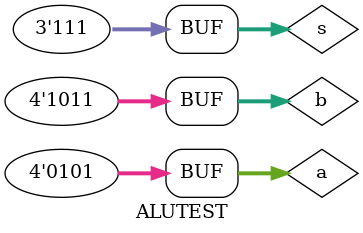
<source format=v>
`timescale 1ns / 1ps

module ALUTEST;

	// Inputs
	reg [3:0] a;
	reg [3:0] b;
	reg [2:0] s;

	// Outputs
	wire [7:0] y;

	// Instantiate the Unit Under Test (UUT)
	ALU uut (
		.a(a), 
		.b(b), 
		.s(s), 
		.y(y)
	);

	initial begin
		// Initialize Inputs
		a = 0;
		b = 0;
		s = 0;

		// Wait 100 ns for global reset to finish
		a = 4'b1001;b = 4'b0011;s = 3'b000;
		#100 a = 4'b1001;b = 4'b1011;s = 3'b001;
		#100 a = 4'b1001;b = 4'b0111;s = 3'b010;
		#100 a = 4'b1101;b = 4'b1011;s = 3'b011;
		#100 a = 4'b1011;b = 4'b0111;s = 3'b100;
		#100 a = 4'b1010;b = 4'b1011;s = 3'b101;
		#100 a = 4'b1110;b = 4'b0111;s = 3'b110;
		#100 a = 4'b0101;b = 4'b1011;s = 3'b111;
        
		// Add stimulus here

	end
      
endmodule


</source>
